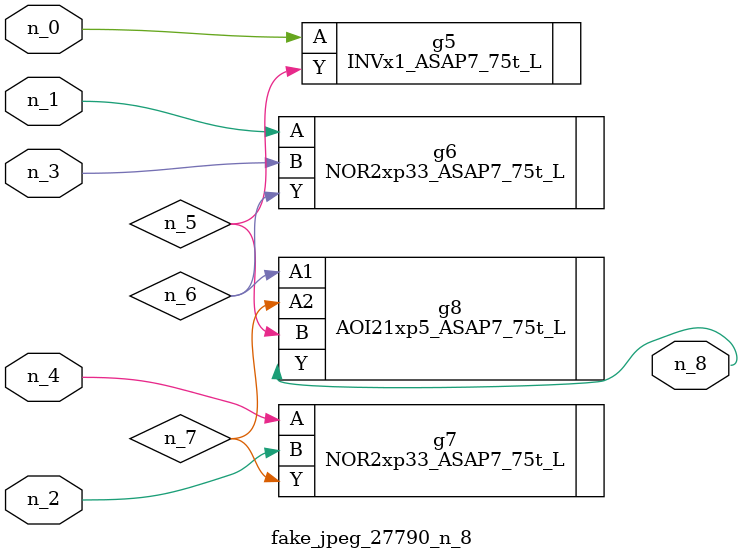
<source format=v>
module fake_jpeg_27790_n_8 (n_3, n_2, n_1, n_0, n_4, n_8);

input n_3;
input n_2;
input n_1;
input n_0;
input n_4;

output n_8;

wire n_6;
wire n_5;
wire n_7;

INVx1_ASAP7_75t_L g5 ( 
.A(n_0),
.Y(n_5)
);

NOR2xp33_ASAP7_75t_L g6 ( 
.A(n_1),
.B(n_3),
.Y(n_6)
);

NOR2xp33_ASAP7_75t_L g7 ( 
.A(n_4),
.B(n_2),
.Y(n_7)
);

AOI21xp5_ASAP7_75t_L g8 ( 
.A1(n_6),
.A2(n_7),
.B(n_5),
.Y(n_8)
);


endmodule
</source>
